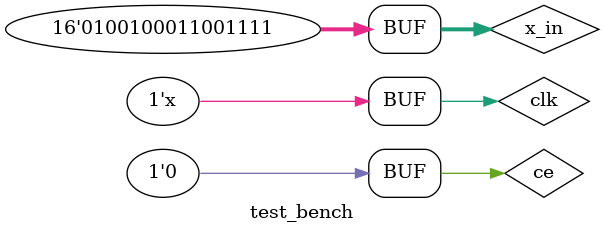
<source format=v>
`timescale 1ns / 1ps


module test_bench;

	// Inputs
	reg [15:0] x_in;
	reg clk;
	reg ce;

	// Outputs
	wire [15:0] x_out;
	wire rdy;

	// Instantiate the Unit Under Test (UUT)
	sqrt_function uut (
		.x_in(x_in), 
		.clk(clk), 
		.ce(ce), 
		.x_out(x_out), 
		.rdy(rdy)
	);
   always #5 clk = clk;
	initial begin
		// Initialize Inputs
		x_in = 0;
		clk = 0;
		ce = 0;

		// Wait 100 ns for global reset to finish
		#100;
      x_in = 18639;
		// Add stimulus here

	end
      
endmodule


</source>
